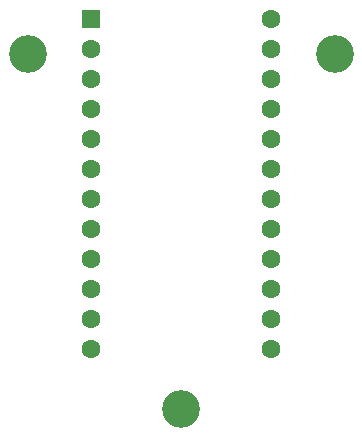
<source format=gbr>
%TF.GenerationSoftware,KiCad,Pcbnew,(5.1.10)-1*%
%TF.CreationDate,2022-02-26T03:46:18-05:00*%
%TF.ProjectId,chunair_core,6368756e-6169-4725-9f63-6f72652e6b69,rev?*%
%TF.SameCoordinates,Original*%
%TF.FileFunction,Soldermask,Bot*%
%TF.FilePolarity,Negative*%
%FSLAX46Y46*%
G04 Gerber Fmt 4.6, Leading zero omitted, Abs format (unit mm)*
G04 Created by KiCad (PCBNEW (5.1.10)-1) date 2022-02-26 03:46:18*
%MOMM*%
%LPD*%
G01*
G04 APERTURE LIST*
%ADD10C,3.200000*%
%ADD11C,1.600000*%
%ADD12R,1.600000X1.600000*%
G04 APERTURE END LIST*
D10*
%TO.C,H3*%
X150000000Y-84000000D03*
%TD*%
D11*
%TO.C,U1*%
X157620000Y-51030000D03*
X157620000Y-53570000D03*
X157620000Y-56110000D03*
X157620000Y-58650000D03*
X157620000Y-61190000D03*
X157620000Y-63730000D03*
X157620000Y-66270000D03*
X157620000Y-68810000D03*
X157620000Y-71350000D03*
X157620000Y-73890000D03*
X157620000Y-76430000D03*
X157620000Y-78970000D03*
X142380000Y-78970000D03*
X142380000Y-76430000D03*
X142380000Y-73890000D03*
X142380000Y-71350000D03*
X142380000Y-68810000D03*
X142380000Y-66270000D03*
X142380000Y-63730000D03*
X142380000Y-61190000D03*
X142380000Y-58650000D03*
X142380000Y-56110000D03*
X142380000Y-53570000D03*
D12*
X142380000Y-51030000D03*
%TD*%
D10*
%TO.C,H2*%
X137000000Y-54000000D03*
%TD*%
%TO.C,H1*%
X163000000Y-54000000D03*
%TD*%
M02*

</source>
